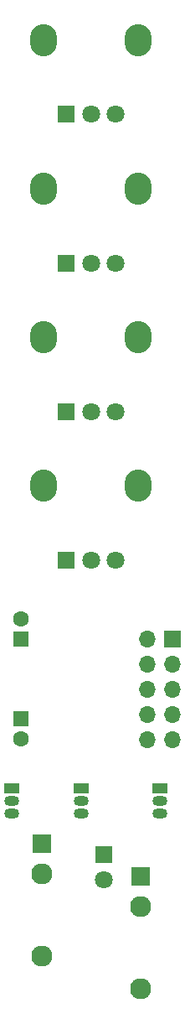
<source format=gbr>
%TF.GenerationSoftware,KiCad,Pcbnew,8.0.0*%
%TF.CreationDate,2024-08-25T22:12:22-07:00*%
%TF.ProjectId,adsr,61647372-2e6b-4696-9361-645f70636258,rev?*%
%TF.SameCoordinates,Original*%
%TF.FileFunction,Soldermask,Top*%
%TF.FilePolarity,Negative*%
%FSLAX46Y46*%
G04 Gerber Fmt 4.6, Leading zero omitted, Abs format (unit mm)*
G04 Created by KiCad (PCBNEW 8.0.0) date 2024-08-25 22:12:22*
%MOMM*%
%LPD*%
G01*
G04 APERTURE LIST*
%ADD10R,1.930000X1.830000*%
%ADD11C,2.130000*%
%ADD12R,1.500000X1.050000*%
%ADD13O,1.500000X1.050000*%
%ADD14O,2.720000X3.240000*%
%ADD15R,1.800000X1.800000*%
%ADD16C,1.800000*%
%ADD17R,1.600000X1.600000*%
%ADD18C,1.600000*%
%ADD19R,1.700000X1.700000*%
%ADD20O,1.700000X1.700000*%
G04 APERTURE END LIST*
D10*
%TO.C,J3*%
X105000000Y-136900000D03*
D11*
X105000000Y-148300000D03*
X105000000Y-140000000D03*
%TD*%
D12*
%TO.C,Q3*%
X107000000Y-128000000D03*
D13*
X107000000Y-129270000D03*
X107000000Y-130540000D03*
%TD*%
D14*
%TO.C,RV_REL1*%
X95200000Y-97500000D03*
X104800000Y-97500000D03*
D15*
X97500000Y-105000000D03*
D16*
X100000000Y-105000000D03*
X102500000Y-105000000D03*
%TD*%
D14*
%TO.C,RV_SUS1*%
X95200000Y-82500000D03*
X104800000Y-82500000D03*
D15*
X97500000Y-90000000D03*
D16*
X100000000Y-90000000D03*
X102500000Y-90000000D03*
%TD*%
D17*
%TO.C,C5*%
X92955112Y-112955112D03*
D18*
X92955112Y-110955112D03*
%TD*%
D15*
%TO.C,D6*%
X101275000Y-134725000D03*
D16*
X101275000Y-137265000D03*
%TD*%
D17*
%TO.C,C4*%
X92955112Y-121044886D03*
D18*
X92955112Y-123044886D03*
%TD*%
D14*
%TO.C,RV_DEC1*%
X95200000Y-67500000D03*
X104800000Y-67500000D03*
D15*
X97500000Y-75000000D03*
D16*
X100000000Y-75000000D03*
X102500000Y-75000000D03*
%TD*%
D12*
%TO.C,Q2*%
X99000000Y-128000000D03*
D13*
X99000000Y-129270000D03*
X99000000Y-130540000D03*
%TD*%
D12*
%TO.C,Q1*%
X92000000Y-128000000D03*
D13*
X92000000Y-129270000D03*
X92000000Y-130540000D03*
%TD*%
D10*
%TO.C,J1*%
X95000000Y-133600000D03*
D11*
X95000000Y-145000000D03*
X95000000Y-136700000D03*
%TD*%
D14*
%TO.C,RV_ATT1*%
X95200000Y-52500000D03*
X104800000Y-52500000D03*
D15*
X97500000Y-60000000D03*
D16*
X100000000Y-60000000D03*
X102500000Y-60000000D03*
%TD*%
D19*
%TO.C,J2*%
X108275000Y-112925000D03*
D20*
X105735000Y-112925000D03*
X108275000Y-115465000D03*
X105735000Y-115465000D03*
X108275000Y-118005000D03*
X105735000Y-118005000D03*
X108275000Y-120545000D03*
X105735000Y-120545000D03*
X108275000Y-123085000D03*
X105735000Y-123085000D03*
%TD*%
M02*

</source>
